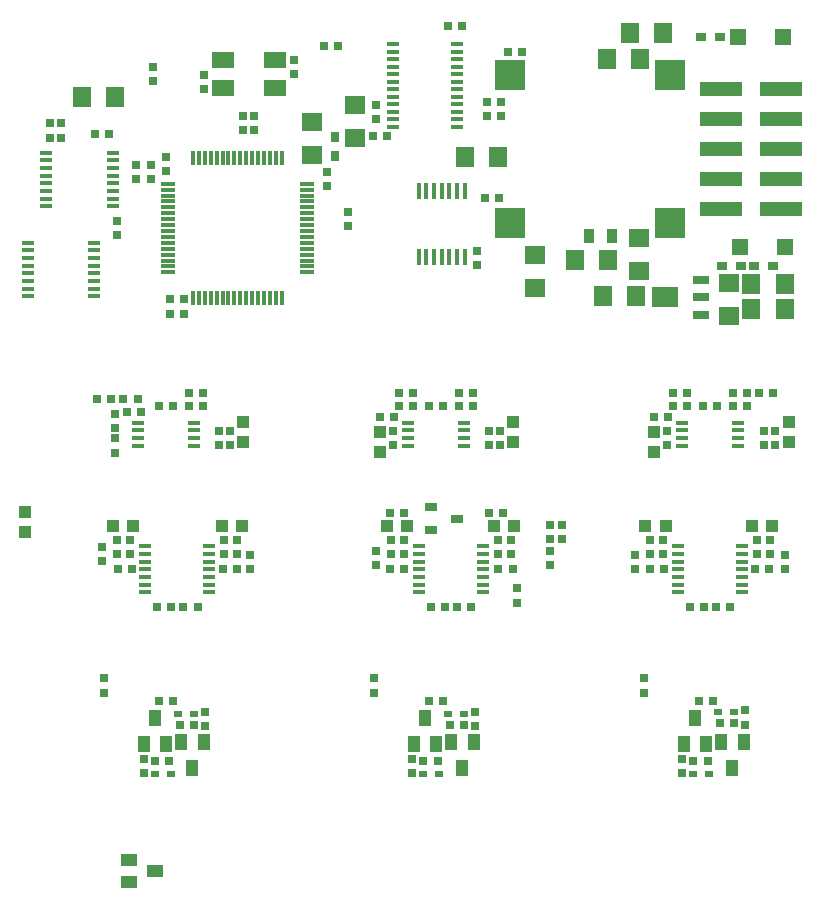
<source format=gbr>
G04 EAGLE Gerber RS-274X export*
G75*
%MOMM*%
%FSLAX34Y34*%
%LPD*%
%AMOC8*
5,1,8,0,0,1.08239X$1,22.5*%
G01*
%ADD10R,0.750000X0.650000*%
%ADD11R,1.020000X0.410000*%
%ADD12R,0.990600X0.304800*%
%ADD13R,1.000000X0.350000*%
%ADD14R,1.000000X0.330000*%
%ADD15R,0.300000X1.200000*%
%ADD16R,1.200000X0.300000*%
%ADD17R,1.000000X1.400000*%
%ADD18R,0.650000X0.750000*%
%ADD19R,0.700000X0.500000*%
%ADD20R,1.000000X1.100000*%
%ADD21R,1.000000X0.700000*%
%ADD22R,1.400000X1.400000*%
%ADD23R,3.556000X1.270000*%
%ADD24R,0.850000X0.700000*%
%ADD25R,1.800000X1.600000*%
%ADD26R,1.600000X1.800000*%
%ADD27R,0.900000X1.250000*%
%ADD28R,1.400000X0.800000*%
%ADD29R,2.200000X1.800000*%
%ADD30R,2.540000X2.540000*%
%ADD31R,0.700000X0.850000*%
%ADD32R,1.400000X1.000000*%
%ADD33R,1.900000X1.400000*%
%ADD34R,0.355600X1.422400*%


D10*
X174626Y698148D03*
X174626Y686148D03*
X250826Y698850D03*
X250826Y710850D03*
D11*
X579250Y403450D03*
X579250Y396950D03*
X579250Y390450D03*
X579250Y383950D03*
X627250Y383950D03*
X627250Y390450D03*
X627250Y396950D03*
X627250Y403450D03*
X118875Y403450D03*
X118875Y396950D03*
X118875Y390450D03*
X118875Y383950D03*
X166875Y383950D03*
X166875Y390450D03*
X166875Y396950D03*
X166875Y403450D03*
X347475Y403450D03*
X347475Y396950D03*
X347475Y390450D03*
X347475Y383950D03*
X395475Y383950D03*
X395475Y390450D03*
X395475Y396950D03*
X395475Y403450D03*
D12*
X125222Y298900D03*
X125222Y292400D03*
X125222Y285900D03*
X125222Y279400D03*
X125222Y272900D03*
X125222Y266400D03*
X125222Y259900D03*
X179578Y298900D03*
X179578Y292400D03*
X179578Y285900D03*
X179578Y279400D03*
X179578Y272900D03*
X179578Y266400D03*
X179578Y259900D03*
X356997Y298900D03*
X356997Y292400D03*
X356997Y285900D03*
X356997Y279400D03*
X356997Y272900D03*
X356997Y266400D03*
X356997Y259900D03*
X411353Y298900D03*
X411353Y292400D03*
X411353Y285900D03*
X411353Y279400D03*
X411353Y272900D03*
X411353Y266400D03*
X411353Y259900D03*
X576072Y298900D03*
X576072Y292400D03*
X576072Y285900D03*
X576072Y279400D03*
X576072Y272900D03*
X576072Y266400D03*
X576072Y259900D03*
X630428Y298900D03*
X630428Y292400D03*
X630428Y285900D03*
X630428Y279400D03*
X630428Y272900D03*
X630428Y266400D03*
X630428Y259900D03*
D13*
X25725Y556075D03*
X25725Y549575D03*
X25725Y543075D03*
X25725Y536575D03*
X25725Y530075D03*
X25725Y523575D03*
X25725Y517075D03*
X82225Y517075D03*
X82225Y523575D03*
X82225Y530075D03*
X82225Y536575D03*
X82225Y543075D03*
X82225Y549575D03*
X82225Y556075D03*
X82225Y510575D03*
X25725Y510575D03*
D14*
X389200Y654050D03*
X389200Y660400D03*
X389200Y666750D03*
X389200Y673100D03*
X389200Y679450D03*
X389200Y685800D03*
X389200Y692150D03*
X389200Y698500D03*
X389200Y704850D03*
X389200Y711200D03*
X389200Y717550D03*
X389200Y723900D03*
X334700Y723900D03*
X334700Y717550D03*
X334700Y711200D03*
X334700Y704850D03*
X334700Y698500D03*
X334700Y692150D03*
X334700Y685800D03*
X334700Y679450D03*
X334700Y673100D03*
X334700Y666750D03*
X334700Y660400D03*
X334700Y654050D03*
D15*
X240700Y627689D03*
X235700Y627689D03*
X230700Y627689D03*
X225700Y627689D03*
X220700Y627689D03*
X215700Y627689D03*
X210700Y627689D03*
X205700Y627689D03*
X200700Y627689D03*
X195700Y627689D03*
X190700Y627689D03*
X185700Y627689D03*
X180700Y627689D03*
X175700Y627689D03*
X170700Y627689D03*
X165700Y627689D03*
D16*
X144090Y605825D03*
X144090Y600825D03*
X144090Y595825D03*
X144090Y590825D03*
X144090Y585825D03*
X144090Y580825D03*
X144090Y575825D03*
X144090Y570825D03*
X144090Y565825D03*
X144090Y560825D03*
X144090Y555825D03*
X144090Y550825D03*
X144090Y545825D03*
X144090Y540825D03*
X144090Y535825D03*
X144090Y530825D03*
D15*
X165700Y509469D03*
X170700Y509469D03*
X175700Y509469D03*
X180700Y509469D03*
X185700Y509469D03*
X190700Y509469D03*
X195700Y509469D03*
X200700Y509469D03*
X205700Y509469D03*
X210700Y509469D03*
X215700Y509469D03*
X220700Y509469D03*
X225700Y509469D03*
X230700Y509469D03*
X235700Y509469D03*
X240700Y509469D03*
D16*
X262564Y530825D03*
X262564Y535825D03*
X262564Y540825D03*
X262564Y545825D03*
X262564Y550825D03*
X262564Y555825D03*
X262564Y560825D03*
X262564Y565825D03*
X262564Y570825D03*
X262564Y575825D03*
X262564Y580825D03*
X262564Y585825D03*
X262564Y590825D03*
X262564Y595825D03*
X262564Y600825D03*
X262564Y605825D03*
D10*
X296862Y582263D03*
X296862Y570263D03*
D17*
X622301Y111238D03*
X612801Y133238D03*
X631801Y133238D03*
D10*
X633413Y159988D03*
X633413Y147988D03*
D17*
X590549Y153875D03*
X600049Y131875D03*
X581049Y131875D03*
D10*
X579438Y106713D03*
X579438Y118713D03*
D18*
X606077Y168274D03*
X594077Y168274D03*
D10*
X547687Y174975D03*
X547687Y186975D03*
D18*
X611539Y149226D03*
X623539Y149226D03*
X601313Y117475D03*
X589313Y117475D03*
D19*
X610539Y158751D03*
X623539Y158751D03*
X602313Y106363D03*
X589313Y106363D03*
D17*
X393702Y111238D03*
X384202Y133238D03*
X403202Y133238D03*
D10*
X404812Y158399D03*
X404812Y146399D03*
D17*
X361952Y153874D03*
X371452Y131874D03*
X352452Y131874D03*
D10*
X350839Y106713D03*
X350839Y118713D03*
D18*
X377476Y168276D03*
X365476Y168276D03*
D10*
X319087Y174975D03*
X319087Y186975D03*
D18*
X382939Y147637D03*
X394939Y147637D03*
X372714Y117475D03*
X360714Y117475D03*
D19*
X381940Y157163D03*
X394940Y157163D03*
X373714Y106362D03*
X360714Y106362D03*
D17*
X165101Y111238D03*
X155601Y133238D03*
X174601Y133238D03*
D10*
X176213Y158399D03*
X176213Y146399D03*
D17*
X133350Y153875D03*
X142850Y131875D03*
X123850Y131875D03*
D10*
X123826Y106715D03*
X123826Y118715D03*
D18*
X148876Y168274D03*
X136876Y168274D03*
D10*
X90488Y174977D03*
X90488Y186977D03*
D18*
X154338Y147639D03*
X166338Y147639D03*
X145701Y117474D03*
X133701Y117474D03*
D19*
X153341Y157163D03*
X166341Y157163D03*
X146702Y106363D03*
X133702Y106363D03*
D10*
X658812Y396525D03*
X658812Y384525D03*
D18*
X622650Y428625D03*
X634650Y428625D03*
D10*
X649288Y396525D03*
X649288Y384525D03*
D18*
X634650Y417512D03*
X622650Y417512D03*
D10*
X566738Y396525D03*
X566738Y384525D03*
D18*
X583850Y428626D03*
X571850Y428626D03*
X567975Y407988D03*
X555975Y407988D03*
X571850Y417513D03*
X583850Y417513D03*
D10*
X425451Y396525D03*
X425451Y384525D03*
D18*
X390875Y428626D03*
X402875Y428626D03*
D10*
X415925Y396525D03*
X415925Y384525D03*
D18*
X402875Y417513D03*
X390875Y417513D03*
D10*
X334963Y396525D03*
X334963Y384525D03*
D18*
X352075Y428625D03*
X340075Y428625D03*
X336199Y407987D03*
X324199Y407987D03*
X340075Y417513D03*
X352075Y417513D03*
D10*
X196849Y396524D03*
X196849Y384524D03*
D18*
X162275Y417512D03*
X174275Y417512D03*
D10*
X187325Y396527D03*
X187325Y384527D03*
D18*
X174275Y428624D03*
X162275Y428624D03*
D10*
X100012Y390175D03*
X100012Y378175D03*
D18*
X121888Y412749D03*
X109888Y412749D03*
D10*
X100014Y410813D03*
X100014Y398813D03*
D18*
X106713Y423862D03*
X118713Y423862D03*
X656875Y428625D03*
X644875Y428625D03*
X84488Y423862D03*
X96488Y423862D03*
D13*
X41600Y632275D03*
X41600Y625775D03*
X41600Y619275D03*
X41600Y612775D03*
X41600Y606275D03*
X41600Y599775D03*
X41600Y593275D03*
X98100Y593275D03*
X98100Y599775D03*
X98100Y606275D03*
X98100Y612775D03*
X98100Y619275D03*
X98100Y625775D03*
X98100Y632275D03*
X98100Y586775D03*
X41600Y586775D03*
D10*
X320675Y660751D03*
X320675Y672751D03*
D20*
X329638Y315913D03*
X346638Y315913D03*
X548712Y315913D03*
X565712Y315913D03*
X437125Y315912D03*
X420125Y315912D03*
X656201Y315912D03*
X639201Y315912D03*
D10*
X654051Y304450D03*
X654051Y292450D03*
X434975Y304450D03*
X434975Y292450D03*
X552450Y304450D03*
X552450Y292450D03*
X333375Y304450D03*
X333375Y292450D03*
X666751Y291750D03*
X666751Y279750D03*
X439738Y263175D03*
X439738Y251175D03*
X539750Y291750D03*
X539750Y279750D03*
X320674Y294925D03*
X320674Y282925D03*
X642938Y292450D03*
X642938Y304450D03*
X423863Y292450D03*
X423863Y304450D03*
X563562Y292450D03*
X563562Y304450D03*
X344487Y292450D03*
X344487Y304450D03*
X468312Y305150D03*
X468312Y317150D03*
X468314Y282926D03*
X468314Y294926D03*
X477838Y305150D03*
X477838Y317150D03*
D18*
X620363Y247650D03*
X608363Y247650D03*
X401288Y247650D03*
X389288Y247650D03*
X586139Y247650D03*
X598139Y247650D03*
X367061Y247650D03*
X379061Y247650D03*
D20*
X97862Y315913D03*
X114862Y315913D03*
X206937Y315914D03*
X189937Y315914D03*
D10*
X203200Y304450D03*
X203200Y292450D03*
X101599Y304450D03*
X101599Y292450D03*
X214313Y291750D03*
X214313Y279750D03*
X88899Y298100D03*
X88899Y286100D03*
X192087Y292450D03*
X192087Y304450D03*
X112712Y292450D03*
X112712Y304450D03*
D18*
X169513Y247650D03*
X157513Y247650D03*
X135288Y247650D03*
X147288Y247650D03*
D21*
X388826Y322261D03*
X366826Y312761D03*
X366826Y331761D03*
D18*
X332137Y327026D03*
X344137Y327026D03*
X416275Y327025D03*
X428275Y327025D03*
D22*
X628700Y552450D03*
X666700Y552450D03*
X665112Y730250D03*
X627112Y730250D03*
D23*
X663575Y584200D03*
X612775Y584200D03*
X663575Y609600D03*
X612775Y609600D03*
X663575Y635000D03*
X612775Y635000D03*
X663575Y660400D03*
X612775Y660400D03*
X663575Y685800D03*
X612775Y685800D03*
D24*
X656700Y536573D03*
X640700Y536573D03*
X595838Y730250D03*
X611838Y730250D03*
D18*
X425100Y593725D03*
X413100Y593725D03*
D25*
X542925Y560100D03*
X542925Y532100D03*
D26*
X489238Y541337D03*
X517238Y541337D03*
D27*
X520175Y561975D03*
X501175Y561975D03*
D18*
X148875Y417512D03*
X136875Y417512D03*
X377475Y417513D03*
X365475Y417513D03*
X609250Y417512D03*
X597250Y417512D03*
X113949Y279400D03*
X101949Y279400D03*
X344137Y279400D03*
X332137Y279400D03*
X564799Y279400D03*
X552799Y279400D03*
X202850Y279400D03*
X190850Y279400D03*
X436213Y279400D03*
X424213Y279400D03*
X653700Y279400D03*
X641700Y279400D03*
X94900Y647700D03*
X82900Y647700D03*
D10*
X101600Y562325D03*
X101600Y574325D03*
X279400Y615600D03*
X279400Y603600D03*
D18*
X329850Y646114D03*
X317850Y646114D03*
D10*
X406400Y548925D03*
X406400Y536925D03*
D28*
X596064Y509589D03*
X596064Y524589D03*
X596064Y494589D03*
D29*
X565264Y509589D03*
D10*
X130175Y609950D03*
X130175Y621950D03*
X142875Y616300D03*
X142875Y628300D03*
D18*
X158400Y508000D03*
X146400Y508000D03*
D30*
X569150Y697500D03*
X569150Y572500D03*
X434150Y572500D03*
X434150Y697500D03*
D18*
X158400Y495300D03*
X146400Y495300D03*
D10*
X117475Y609950D03*
X117475Y621950D03*
D25*
X266699Y630525D03*
X266699Y658525D03*
D26*
X99724Y679450D03*
X71724Y679450D03*
X513050Y511175D03*
X541050Y511175D03*
D25*
X303212Y644813D03*
X303212Y672813D03*
D26*
X638463Y520700D03*
X666463Y520700D03*
X638462Y500062D03*
X666462Y500062D03*
X535275Y733425D03*
X563275Y733425D03*
X516225Y711200D03*
X544225Y711200D03*
D25*
X619124Y522002D03*
X619124Y494002D03*
D10*
X131761Y704499D03*
X131761Y692499D03*
D18*
X276576Y722312D03*
X288576Y722312D03*
X444151Y717549D03*
X432151Y717549D03*
X393350Y739776D03*
X381350Y739776D03*
D10*
X53975Y644875D03*
X53975Y656875D03*
X44450Y644875D03*
X44450Y656875D03*
D18*
X414689Y663574D03*
X426689Y663574D03*
X414688Y674688D03*
X426688Y674688D03*
D20*
X669926Y386787D03*
X669926Y403787D03*
X555625Y378851D03*
X555625Y395851D03*
X436563Y386788D03*
X436563Y403788D03*
X323852Y378850D03*
X323852Y395850D03*
X207963Y386788D03*
X207963Y403788D03*
X23813Y310587D03*
X23813Y327587D03*
D10*
X217488Y651225D03*
X217488Y663225D03*
X207963Y651226D03*
X207963Y663226D03*
D31*
X285751Y645587D03*
X285751Y629587D03*
D26*
X423576Y628650D03*
X395576Y628650D03*
D24*
X613299Y536575D03*
X629299Y536575D03*
D32*
X133237Y23815D03*
X111237Y14315D03*
X111237Y33315D03*
D33*
X234725Y710501D03*
X190725Y710501D03*
X190725Y686501D03*
X234725Y686501D03*
D34*
X356737Y543500D03*
X363237Y543500D03*
X369737Y543500D03*
X376237Y543500D03*
X382737Y543500D03*
X389237Y543500D03*
X395737Y543500D03*
X395737Y599500D03*
X389237Y599500D03*
X382737Y599500D03*
X376237Y599500D03*
X369737Y599500D03*
X363237Y599500D03*
X356737Y599500D03*
D25*
X455613Y545812D03*
X455613Y517812D03*
M02*

</source>
